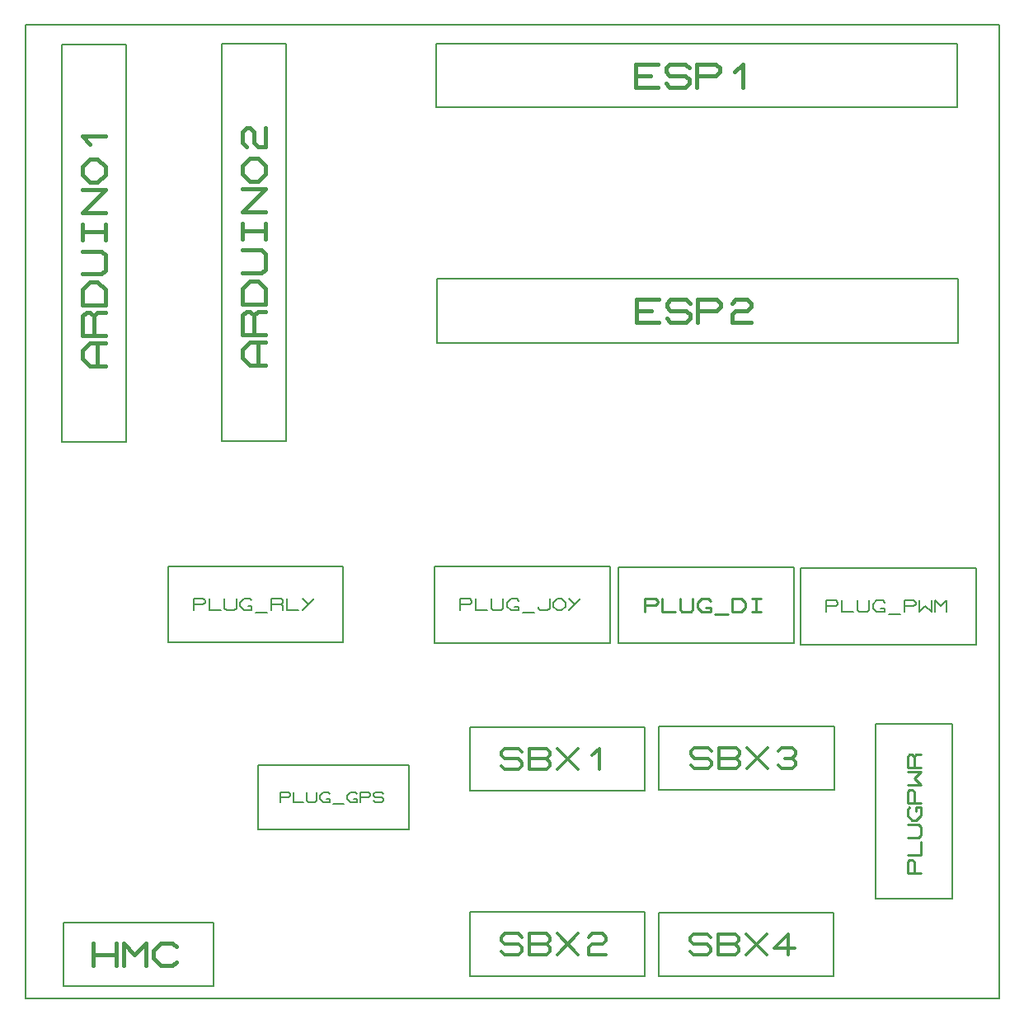
<source format=gbr>
G04 PROTEUS GERBER X2 FILE*
%TF.GenerationSoftware,Labcenter,Proteus,8.6-SP2-Build23525*%
%TF.CreationDate,2019-07-09T03:39:36+00:00*%
%TF.FileFunction,AssemblyDrawing,Top*%
%TF.FilePolarity,Positive*%
%TF.Part,Single*%
%FSLAX45Y45*%
%MOMM*%
G01*
%TA.AperFunction,Profile*%
%ADD14C,0.203200*%
%TA.AperFunction,Material*%
%ADD16C,0.203200*%
%ADD19C,0.393190*%
%ADD70C,0.359660*%
%ADD71C,0.386080*%
%ADD20C,0.171590*%
%ADD21C,0.224790*%
%ADD22C,0.199810*%
%TD.AperFunction*%
D14*
X-1432000Y-3830000D02*
X+8568000Y-3830000D01*
X+8568000Y+6170000D01*
X-1432000Y+6170000D01*
X-1432000Y-3830000D01*
D16*
X+2783840Y+5321840D02*
X+8138160Y+5321840D01*
X+8138160Y+5977160D01*
X+2783840Y+5977160D01*
X+2783840Y+5321840D01*
D19*
X+5067808Y+5531542D02*
X+4831894Y+5531542D01*
X+4831894Y+5767457D01*
X+5067808Y+5767457D01*
X+4831894Y+5649500D02*
X+4989170Y+5649500D01*
X+5146447Y+5570861D02*
X+5185766Y+5531542D01*
X+5343042Y+5531542D01*
X+5382361Y+5570861D01*
X+5382361Y+5610180D01*
X+5343042Y+5649500D01*
X+5185766Y+5649500D01*
X+5146447Y+5688819D01*
X+5146447Y+5728138D01*
X+5185766Y+5767457D01*
X+5343042Y+5767457D01*
X+5382361Y+5728138D01*
X+5461000Y+5531542D02*
X+5461000Y+5767457D01*
X+5657595Y+5767457D01*
X+5696914Y+5728138D01*
X+5696914Y+5688819D01*
X+5657595Y+5649500D01*
X+5461000Y+5649500D01*
X+5854191Y+5688819D02*
X+5932829Y+5767457D01*
X+5932829Y+5531542D01*
D16*
X+2791840Y+2906840D02*
X+8146160Y+2906840D01*
X+8146160Y+3562160D01*
X+2791840Y+3562160D01*
X+2791840Y+2906840D01*
D19*
X+5075808Y+3116542D02*
X+4839894Y+3116542D01*
X+4839894Y+3352457D01*
X+5075808Y+3352457D01*
X+4839894Y+3234500D02*
X+4997170Y+3234500D01*
X+5154447Y+3155861D02*
X+5193766Y+3116542D01*
X+5351042Y+3116542D01*
X+5390361Y+3155861D01*
X+5390361Y+3195180D01*
X+5351042Y+3234500D01*
X+5193766Y+3234500D01*
X+5154447Y+3273819D01*
X+5154447Y+3313138D01*
X+5193766Y+3352457D01*
X+5351042Y+3352457D01*
X+5390361Y+3313138D01*
X+5469000Y+3116542D02*
X+5469000Y+3352457D01*
X+5665595Y+3352457D01*
X+5704914Y+3313138D01*
X+5704914Y+3273819D01*
X+5665595Y+3234500D01*
X+5469000Y+3234500D01*
X+5822872Y+3313138D02*
X+5862191Y+3352457D01*
X+5980148Y+3352457D01*
X+6019467Y+3313138D01*
X+6019467Y+3273819D01*
X+5980148Y+3234500D01*
X+5862191Y+3234500D01*
X+5822872Y+3195180D01*
X+5822872Y+3116542D01*
X+6019467Y+3116542D01*
D16*
X+587340Y+1891840D02*
X+1242660Y+1891840D01*
X+1242660Y+5976160D01*
X+587340Y+5976160D01*
X+587340Y+1891840D01*
D19*
X+1032958Y+2675788D02*
X+875681Y+2675788D01*
X+797043Y+2754426D01*
X+797043Y+2833064D01*
X+875681Y+2911702D01*
X+1032958Y+2911702D01*
X+954320Y+2675788D02*
X+954320Y+2911702D01*
X+1032958Y+2990341D02*
X+797043Y+2990341D01*
X+797043Y+3186936D01*
X+836362Y+3226255D01*
X+875681Y+3226255D01*
X+915000Y+3186936D01*
X+915000Y+2990341D01*
X+915000Y+3186936D02*
X+954320Y+3226255D01*
X+1032958Y+3226255D01*
X+1032958Y+3304894D02*
X+797043Y+3304894D01*
X+797043Y+3462170D01*
X+875681Y+3540808D01*
X+954320Y+3540808D01*
X+1032958Y+3462170D01*
X+1032958Y+3304894D01*
X+797043Y+3619447D02*
X+993639Y+3619447D01*
X+1032958Y+3658766D01*
X+1032958Y+3816042D01*
X+993639Y+3855361D01*
X+797043Y+3855361D01*
X+797043Y+3973319D02*
X+797043Y+4130595D01*
X+797043Y+4051957D02*
X+1032958Y+4051957D01*
X+1032958Y+3973319D02*
X+1032958Y+4130595D01*
X+1032958Y+4248553D02*
X+797043Y+4248553D01*
X+1032958Y+4484467D01*
X+797043Y+4484467D01*
X+875681Y+4563106D02*
X+797043Y+4641744D01*
X+797043Y+4720382D01*
X+875681Y+4799020D01*
X+954320Y+4799020D01*
X+1032958Y+4720382D01*
X+1032958Y+4641744D01*
X+954320Y+4563106D01*
X+875681Y+4563106D01*
X+836362Y+4916978D02*
X+797043Y+4956297D01*
X+797043Y+5074254D01*
X+836362Y+5113573D01*
X+875681Y+5113573D01*
X+915000Y+5074254D01*
X+915000Y+4956297D01*
X+954320Y+4916978D01*
X+1032958Y+4916978D01*
X+1032958Y+5113573D01*
D16*
X-1056660Y+1882840D02*
X-401340Y+1882840D01*
X-401340Y+5967160D01*
X-1056660Y+5967160D01*
X-1056660Y+1882840D01*
D19*
X-611042Y+2666788D02*
X-768319Y+2666788D01*
X-846957Y+2745426D01*
X-846957Y+2824064D01*
X-768319Y+2902702D01*
X-611042Y+2902702D01*
X-689680Y+2666788D02*
X-689680Y+2902702D01*
X-611042Y+2981341D02*
X-846957Y+2981341D01*
X-846957Y+3177936D01*
X-807638Y+3217255D01*
X-768319Y+3217255D01*
X-729000Y+3177936D01*
X-729000Y+2981341D01*
X-729000Y+3177936D02*
X-689680Y+3217255D01*
X-611042Y+3217255D01*
X-611042Y+3295894D02*
X-846957Y+3295894D01*
X-846957Y+3453170D01*
X-768319Y+3531808D01*
X-689680Y+3531808D01*
X-611042Y+3453170D01*
X-611042Y+3295894D01*
X-846957Y+3610447D02*
X-650361Y+3610447D01*
X-611042Y+3649766D01*
X-611042Y+3807042D01*
X-650361Y+3846361D01*
X-846957Y+3846361D01*
X-846957Y+3964319D02*
X-846957Y+4121595D01*
X-846957Y+4042957D02*
X-611042Y+4042957D01*
X-611042Y+3964319D02*
X-611042Y+4121595D01*
X-611042Y+4239553D02*
X-846957Y+4239553D01*
X-611042Y+4475467D01*
X-846957Y+4475467D01*
X-768319Y+4554106D02*
X-846957Y+4632744D01*
X-846957Y+4711382D01*
X-768319Y+4790020D01*
X-689680Y+4790020D01*
X-611042Y+4711382D01*
X-611042Y+4632744D01*
X-689680Y+4554106D01*
X-768319Y+4554106D01*
X-768319Y+4947297D02*
X-846957Y+5025935D01*
X-611042Y+5025935D01*
D16*
X+3130840Y-1696160D02*
X+4929160Y-1696160D01*
X+4929160Y-1040840D01*
X+3130840Y-1040840D01*
X+3130840Y-1696160D01*
D70*
X+3454538Y-1440433D02*
X+3490504Y-1476400D01*
X+3634369Y-1476400D01*
X+3670336Y-1440433D01*
X+3670336Y-1404467D01*
X+3634369Y-1368500D01*
X+3490504Y-1368500D01*
X+3454538Y-1332534D01*
X+3454538Y-1296568D01*
X+3490504Y-1260601D01*
X+3634369Y-1260601D01*
X+3670336Y-1296568D01*
X+3742269Y-1476400D02*
X+3742269Y-1260601D01*
X+3922100Y-1260601D01*
X+3958067Y-1296568D01*
X+3958067Y-1332534D01*
X+3922100Y-1368500D01*
X+3958067Y-1404467D01*
X+3958067Y-1440433D01*
X+3922100Y-1476400D01*
X+3742269Y-1476400D01*
X+3742269Y-1368500D02*
X+3922100Y-1368500D01*
X+4030000Y-1260601D02*
X+4245798Y-1476400D01*
X+4030000Y-1476400D02*
X+4245798Y-1260601D01*
X+4389663Y-1332534D02*
X+4461596Y-1260601D01*
X+4461596Y-1476400D01*
D16*
X+3130840Y-3598160D02*
X+4929160Y-3598160D01*
X+4929160Y-2942840D01*
X+3130840Y-2942840D01*
X+3130840Y-3598160D01*
D70*
X+3454538Y-3342433D02*
X+3490504Y-3378400D01*
X+3634369Y-3378400D01*
X+3670336Y-3342433D01*
X+3670336Y-3306467D01*
X+3634369Y-3270500D01*
X+3490504Y-3270500D01*
X+3454538Y-3234534D01*
X+3454538Y-3198568D01*
X+3490504Y-3162601D01*
X+3634369Y-3162601D01*
X+3670336Y-3198568D01*
X+3742269Y-3378400D02*
X+3742269Y-3162601D01*
X+3922100Y-3162601D01*
X+3958067Y-3198568D01*
X+3958067Y-3234534D01*
X+3922100Y-3270500D01*
X+3958067Y-3306467D01*
X+3958067Y-3342433D01*
X+3922100Y-3378400D01*
X+3742269Y-3378400D01*
X+3742269Y-3270500D02*
X+3922100Y-3270500D01*
X+4030000Y-3162601D02*
X+4245798Y-3378400D01*
X+4030000Y-3378400D02*
X+4245798Y-3162601D01*
X+4353697Y-3198568D02*
X+4389663Y-3162601D01*
X+4497562Y-3162601D01*
X+4533529Y-3198568D01*
X+4533529Y-3234534D01*
X+4497562Y-3270500D01*
X+4389663Y-3270500D01*
X+4353697Y-3306467D01*
X+4353697Y-3378400D01*
X+4533529Y-3378400D01*
D16*
X+5074840Y-1689160D02*
X+6873160Y-1689160D01*
X+6873160Y-1033840D01*
X+5074840Y-1033840D01*
X+5074840Y-1689160D01*
D70*
X+5398538Y-1433433D02*
X+5434504Y-1469400D01*
X+5578369Y-1469400D01*
X+5614336Y-1433433D01*
X+5614336Y-1397467D01*
X+5578369Y-1361500D01*
X+5434504Y-1361500D01*
X+5398538Y-1325534D01*
X+5398538Y-1289568D01*
X+5434504Y-1253601D01*
X+5578369Y-1253601D01*
X+5614336Y-1289568D01*
X+5686269Y-1469400D02*
X+5686269Y-1253601D01*
X+5866100Y-1253601D01*
X+5902067Y-1289568D01*
X+5902067Y-1325534D01*
X+5866100Y-1361500D01*
X+5902067Y-1397467D01*
X+5902067Y-1433433D01*
X+5866100Y-1469400D01*
X+5686269Y-1469400D01*
X+5686269Y-1361500D02*
X+5866100Y-1361500D01*
X+5974000Y-1253601D02*
X+6189798Y-1469400D01*
X+5974000Y-1469400D02*
X+6189798Y-1253601D01*
X+6297697Y-1289568D02*
X+6333663Y-1253601D01*
X+6441562Y-1253601D01*
X+6477529Y-1289568D01*
X+6477529Y-1325534D01*
X+6441562Y-1361500D01*
X+6477529Y-1397467D01*
X+6477529Y-1433433D01*
X+6441562Y-1469400D01*
X+6333663Y-1469400D01*
X+6297697Y-1433433D01*
X+6369630Y-1361500D02*
X+6441562Y-1361500D01*
D16*
X+5068840Y-3601160D02*
X+6867160Y-3601160D01*
X+6867160Y-2945840D01*
X+5068840Y-2945840D01*
X+5068840Y-3601160D01*
D70*
X+5392538Y-3345433D02*
X+5428504Y-3381400D01*
X+5572369Y-3381400D01*
X+5608336Y-3345433D01*
X+5608336Y-3309467D01*
X+5572369Y-3273500D01*
X+5428504Y-3273500D01*
X+5392538Y-3237534D01*
X+5392538Y-3201568D01*
X+5428504Y-3165601D01*
X+5572369Y-3165601D01*
X+5608336Y-3201568D01*
X+5680269Y-3381400D02*
X+5680269Y-3165601D01*
X+5860100Y-3165601D01*
X+5896067Y-3201568D01*
X+5896067Y-3237534D01*
X+5860100Y-3273500D01*
X+5896067Y-3309467D01*
X+5896067Y-3345433D01*
X+5860100Y-3381400D01*
X+5680269Y-3381400D01*
X+5680269Y-3273500D02*
X+5860100Y-3273500D01*
X+5968000Y-3165601D02*
X+6183798Y-3381400D01*
X+5968000Y-3381400D02*
X+6183798Y-3165601D01*
X+6471529Y-3309467D02*
X+6255731Y-3309467D01*
X+6399596Y-3165601D01*
X+6399596Y-3381400D01*
D16*
X-1043160Y-3703160D02*
X+501160Y-3703160D01*
X+501160Y-3047840D01*
X-1043160Y-3047840D01*
X-1043160Y-3703160D01*
D71*
X-734296Y-3491324D02*
X-734296Y-3259676D01*
X-502648Y-3259676D02*
X-502648Y-3491324D01*
X-734296Y-3375500D02*
X-502648Y-3375500D01*
X-425432Y-3491324D02*
X-425432Y-3259676D01*
X-309608Y-3375500D01*
X-193784Y-3259676D01*
X-193784Y-3491324D01*
X+115080Y-3452716D02*
X+76472Y-3491324D01*
X-39352Y-3491324D01*
X-116568Y-3414108D01*
X-116568Y-3336892D01*
X-39352Y-3259676D01*
X+76472Y-3259676D01*
X+115080Y-3298284D01*
D16*
X+959040Y-2091160D02*
X+2503360Y-2091160D01*
X+2503360Y-1435840D01*
X+959040Y-1435840D01*
X+959040Y-2091160D01*
D20*
X+1182112Y-1814977D02*
X+1182112Y-1712023D01*
X+1267907Y-1712023D01*
X+1285066Y-1729182D01*
X+1285066Y-1746341D01*
X+1267907Y-1763500D01*
X+1182112Y-1763500D01*
X+1319384Y-1712023D02*
X+1319384Y-1814977D01*
X+1422338Y-1814977D01*
X+1456656Y-1712023D02*
X+1456656Y-1797818D01*
X+1473815Y-1814977D01*
X+1542451Y-1814977D01*
X+1559610Y-1797818D01*
X+1559610Y-1712023D01*
X+1662564Y-1780659D02*
X+1696882Y-1780659D01*
X+1696882Y-1814977D01*
X+1628246Y-1814977D01*
X+1593928Y-1780659D01*
X+1593928Y-1746341D01*
X+1628246Y-1712023D01*
X+1679723Y-1712023D01*
X+1696882Y-1729182D01*
X+1731200Y-1832136D02*
X+1834154Y-1832136D01*
X+1937108Y-1780659D02*
X+1971426Y-1780659D01*
X+1971426Y-1814977D01*
X+1902790Y-1814977D01*
X+1868472Y-1780659D01*
X+1868472Y-1746341D01*
X+1902790Y-1712023D01*
X+1954267Y-1712023D01*
X+1971426Y-1729182D01*
X+2005744Y-1814977D02*
X+2005744Y-1712023D01*
X+2091539Y-1712023D01*
X+2108698Y-1729182D01*
X+2108698Y-1746341D01*
X+2091539Y-1763500D01*
X+2005744Y-1763500D01*
X+2143016Y-1797818D02*
X+2160175Y-1814977D01*
X+2228811Y-1814977D01*
X+2245970Y-1797818D01*
X+2245970Y-1780659D01*
X+2228811Y-1763500D01*
X+2160175Y-1763500D01*
X+2143016Y-1746341D01*
X+2143016Y-1729182D01*
X+2160175Y-1712023D01*
X+2228811Y-1712023D01*
X+2245970Y-1729182D01*
D16*
X+4659140Y-181140D02*
X+6457460Y-181140D01*
X+6457460Y+601180D01*
X+4659140Y+601180D01*
X+4659140Y-181140D01*
D21*
X+4928888Y+142583D02*
X+4928888Y+277457D01*
X+5041283Y+277457D01*
X+5063762Y+254978D01*
X+5063762Y+232499D01*
X+5041283Y+210020D01*
X+4928888Y+210020D01*
X+5108720Y+277457D02*
X+5108720Y+142583D01*
X+5243594Y+142583D01*
X+5288552Y+277457D02*
X+5288552Y+165062D01*
X+5311031Y+142583D01*
X+5400947Y+142583D01*
X+5423426Y+165062D01*
X+5423426Y+277457D01*
X+5558300Y+187541D02*
X+5603258Y+187541D01*
X+5603258Y+142583D01*
X+5513342Y+142583D01*
X+5468384Y+187541D01*
X+5468384Y+232499D01*
X+5513342Y+277457D01*
X+5580779Y+277457D01*
X+5603258Y+254978D01*
X+5648216Y+120104D02*
X+5783090Y+120104D01*
X+5828048Y+142583D02*
X+5828048Y+277457D01*
X+5917964Y+277457D01*
X+5962922Y+232499D01*
X+5962922Y+187541D01*
X+5917964Y+142583D01*
X+5828048Y+142583D01*
X+6030359Y+277457D02*
X+6120275Y+277457D01*
X+6075317Y+277457D02*
X+6075317Y+142583D01*
X+6030359Y+142583D02*
X+6120275Y+142583D01*
D16*
X+2773140Y-175140D02*
X+4571460Y-175140D01*
X+4571460Y+607180D01*
X+2773140Y+607180D01*
X+2773140Y-175140D01*
D22*
X+3032900Y+156076D02*
X+3032900Y+275964D01*
X+3132806Y+275964D01*
X+3152787Y+255983D01*
X+3152787Y+236001D01*
X+3132806Y+216020D01*
X+3032900Y+216020D01*
X+3192750Y+275964D02*
X+3192750Y+156076D01*
X+3312637Y+156076D01*
X+3352600Y+275964D02*
X+3352600Y+176057D01*
X+3372581Y+156076D01*
X+3452506Y+156076D01*
X+3472487Y+176057D01*
X+3472487Y+275964D01*
X+3592375Y+196039D02*
X+3632337Y+196039D01*
X+3632337Y+156076D01*
X+3552412Y+156076D01*
X+3512450Y+196039D01*
X+3512450Y+236001D01*
X+3552412Y+275964D01*
X+3612356Y+275964D01*
X+3632337Y+255983D01*
X+3672300Y+136095D02*
X+3792187Y+136095D01*
X+3832150Y+196039D02*
X+3832150Y+176057D01*
X+3852131Y+156076D01*
X+3932056Y+156076D01*
X+3952037Y+176057D01*
X+3952037Y+275964D01*
X+3992000Y+236001D02*
X+4031962Y+275964D01*
X+4071925Y+275964D01*
X+4111887Y+236001D01*
X+4111887Y+196039D01*
X+4071925Y+156076D01*
X+4031962Y+156076D01*
X+3992000Y+196039D01*
X+3992000Y+236001D01*
X+4271737Y+275964D02*
X+4151850Y+156076D01*
X+4151850Y+275964D02*
X+4211793Y+216020D01*
D16*
X+6532140Y-192140D02*
X+8330460Y-192140D01*
X+8330460Y+590180D01*
X+6532140Y+590180D01*
X+6532140Y-192140D01*
D22*
X+6791900Y+139076D02*
X+6791900Y+258964D01*
X+6891806Y+258964D01*
X+6911787Y+238983D01*
X+6911787Y+219001D01*
X+6891806Y+199020D01*
X+6791900Y+199020D01*
X+6951750Y+258964D02*
X+6951750Y+139076D01*
X+7071637Y+139076D01*
X+7111600Y+258964D02*
X+7111600Y+159057D01*
X+7131581Y+139076D01*
X+7211506Y+139076D01*
X+7231487Y+159057D01*
X+7231487Y+258964D01*
X+7351375Y+179039D02*
X+7391337Y+179039D01*
X+7391337Y+139076D01*
X+7311412Y+139076D01*
X+7271450Y+179039D01*
X+7271450Y+219001D01*
X+7311412Y+258964D01*
X+7371356Y+258964D01*
X+7391337Y+238983D01*
X+7431300Y+119095D02*
X+7551187Y+119095D01*
X+7591150Y+139076D02*
X+7591150Y+258964D01*
X+7691056Y+258964D01*
X+7711037Y+238983D01*
X+7711037Y+219001D01*
X+7691056Y+199020D01*
X+7591150Y+199020D01*
X+7751000Y+258964D02*
X+7751000Y+139076D01*
X+7810943Y+199020D01*
X+7870887Y+139076D01*
X+7870887Y+258964D01*
X+7910850Y+139076D02*
X+7910850Y+258964D01*
X+7970793Y+199020D01*
X+8030737Y+258964D01*
X+8030737Y+139076D01*
D16*
X+7302820Y-2806860D02*
X+8085140Y-2806860D01*
X+8085140Y-1008540D01*
X+7302820Y-1008540D01*
X+7302820Y-2806860D01*
D21*
X+7761417Y-2537112D02*
X+7626543Y-2537112D01*
X+7626543Y-2424717D01*
X+7649022Y-2402238D01*
X+7671501Y-2402238D01*
X+7693980Y-2424717D01*
X+7693980Y-2537112D01*
X+7626543Y-2357280D02*
X+7761417Y-2357280D01*
X+7761417Y-2222406D01*
X+7626543Y-2177448D02*
X+7738938Y-2177448D01*
X+7761417Y-2154969D01*
X+7761417Y-2065053D01*
X+7738938Y-2042574D01*
X+7626543Y-2042574D01*
X+7716459Y-1907700D02*
X+7716459Y-1862742D01*
X+7761417Y-1862742D01*
X+7761417Y-1952658D01*
X+7716459Y-1997616D01*
X+7671501Y-1997616D01*
X+7626543Y-1952658D01*
X+7626543Y-1885221D01*
X+7649022Y-1862742D01*
X+7761417Y-1817784D02*
X+7626543Y-1817784D01*
X+7626543Y-1705389D01*
X+7649022Y-1682910D01*
X+7671501Y-1682910D01*
X+7693980Y-1705389D01*
X+7693980Y-1817784D01*
X+7626543Y-1637952D02*
X+7761417Y-1637952D01*
X+7693980Y-1570515D01*
X+7761417Y-1503078D01*
X+7626543Y-1503078D01*
X+7761417Y-1458120D02*
X+7626543Y-1458120D01*
X+7626543Y-1345725D01*
X+7649022Y-1323246D01*
X+7671501Y-1323246D01*
X+7693980Y-1345725D01*
X+7693980Y-1458120D01*
X+7693980Y-1345725D02*
X+7716459Y-1323246D01*
X+7761417Y-1323246D01*
D16*
X+34140Y-173140D02*
X+1832460Y-173140D01*
X+1832460Y+609180D01*
X+34140Y+609180D01*
X+34140Y-173140D01*
D22*
X+293900Y+158076D02*
X+293900Y+277964D01*
X+393806Y+277964D01*
X+413787Y+257983D01*
X+413787Y+238001D01*
X+393806Y+218020D01*
X+293900Y+218020D01*
X+453750Y+277964D02*
X+453750Y+158076D01*
X+573637Y+158076D01*
X+613600Y+277964D02*
X+613600Y+178057D01*
X+633581Y+158076D01*
X+713506Y+158076D01*
X+733487Y+178057D01*
X+733487Y+277964D01*
X+853375Y+198039D02*
X+893337Y+198039D01*
X+893337Y+158076D01*
X+813412Y+158076D01*
X+773450Y+198039D01*
X+773450Y+238001D01*
X+813412Y+277964D01*
X+873356Y+277964D01*
X+893337Y+257983D01*
X+933300Y+138095D02*
X+1053187Y+138095D01*
X+1093150Y+158076D02*
X+1093150Y+277964D01*
X+1193056Y+277964D01*
X+1213037Y+257983D01*
X+1213037Y+238001D01*
X+1193056Y+218020D01*
X+1093150Y+218020D01*
X+1193056Y+218020D02*
X+1213037Y+198039D01*
X+1213037Y+158076D01*
X+1253000Y+277964D02*
X+1253000Y+158076D01*
X+1372887Y+158076D01*
X+1532737Y+277964D02*
X+1412850Y+158076D01*
X+1412850Y+277964D02*
X+1472793Y+218020D01*
M02*

</source>
